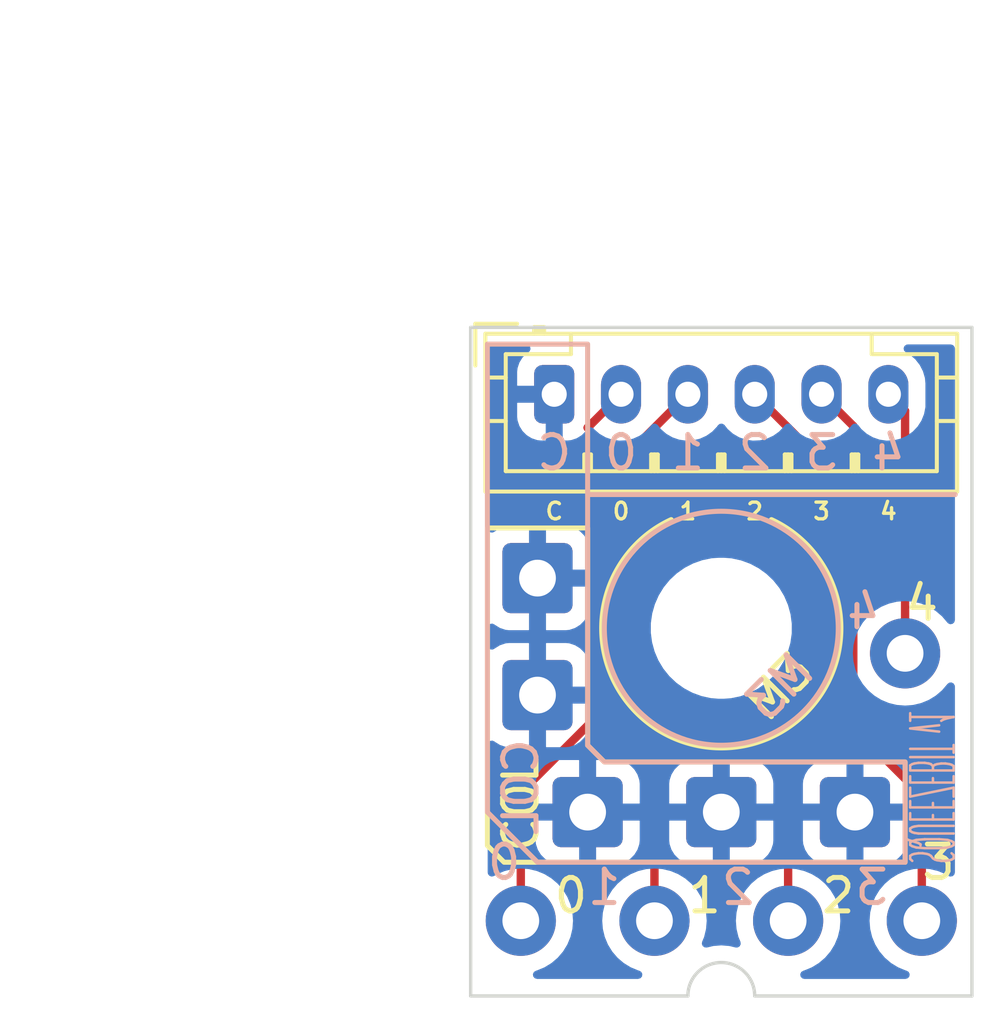
<source format=kicad_pcb>
(kicad_pcb (version 20211014) (generator pcbnew)
  (layers (0 "F.Cu" signal) (31 "B.Cu" signal) (34 "B.Paste" user) (35 "F.Paste" user) (36 "B.SilkS" user "B.Silkscreen") (37 "F.SilkS" user "F.Silkscreen") (38 "B.Mask" user) (39 "F.Mask" user) (44 "Edge.Cuts" user))
  (net 0 "")
  (net 1 "/COL")
  (net 2 "/ROW0")
  (net 3 "/ROW1")
  (net 4 "/ROW2")
  (net 5 "/ROW3")
  (net 6 "/ROW4")
  (footprint "Connector_Wire:SolderWire-0.5sqmm_1x01_D0.9mm_OD2.1mm" (layer "F.Cu") (at 154.5 84.25)
    (fp_text reference "J5")
    (fp_text value "ROW")
    (pad "1" thru_hole circle (at 0 0) (size 2.1 2.1) (drill 1.1) (layers *.Cu *.Mask) (net 5 "/ROW3"))
  )
  (footprint "Connector_JST:JST_PH_B6B-PH-K_1x06_P2.00mm_Vertical" (layer "F.Cu") (at 143.5 68.5)
    (fp_text reference "J1")
    (fp_text value "MID")
    (fp_line (start 3 2.3) (end 3 1.8) (layer "F.SilkS") (width 0.12))
    (fp_line (start -0.3 -1.91) (end -0.6 -1.91) (layer "F.SilkS") (width 0.12))
    (fp_line (start 11.45 -1.2) (end 9.5 -1.2) (layer "F.SilkS") (width 0.12))
    (fp_line (start 7.1 1.8) (end 7.1 2.3) (layer "F.SilkS") (width 0.12))
    (fp_line (start 0.5 -1.81) (end 0.5 -1.2) (layer "F.SilkS") (width 0.12))
    (fp_line (start 12.06 2.91) (end 12.06 -1.81) (layer "F.SilkS") (width 0.12))
    (fp_line (start -2.06 2.91) (end 12.06 2.91) (layer "F.SilkS") (width 0.12))
    (fp_line (start 1 2.3) (end 1 1.8) (layer "F.SilkS") (width 0.12))
    (fp_line (start 11.45 2.3) (end 11.45 -1.2) (layer "F.SilkS") (width 0.12))
    (fp_line (start 2.9 1.8) (end 3.1 1.8) (layer "F.SilkS") (width 0.12))
    (fp_line (start -1.45 -1.2) (end -1.45 2.3) (layer "F.SilkS") (width 0.12))
    (fp_line (start 9.5 -1.2) (end 9.5 -1.81) (layer "F.SilkS") (width 0.12))
    (fp_line (start -1.11 -2.11) (end -2.36 -2.11) (layer "F.SilkS") (width 0.12))
    (fp_line (start 12.06 -0.5) (end 11.45 -0.5) (layer "F.SilkS") (width 0.12))
    (fp_line (start 1.1 1.8) (end 1.1 2.3) (layer "F.SilkS") (width 0.12))
    (fp_line (start 12.06 -1.81) (end -2.06 -1.81) (layer "F.SilkS") (width 0.12))
    (fp_line (start -0.3 -1.81) (end -0.3 -2.01) (layer "F.SilkS") (width 0.12))
    (fp_line (start 0.5 -1.2) (end -1.45 -1.2) (layer "F.SilkS") (width 0.12))
    (fp_line (start 4.9 2.3) (end 4.9 1.8) (layer "F.SilkS") (width 0.12))
    (fp_line (start 2.9 2.3) (end 2.9 1.8) (layer "F.SilkS") (width 0.12))
    (fp_line (start 5.1 1.8) (end 5.1 2.3) (layer "F.SilkS") (width 0.12))
    (fp_line (start 6.9 2.3) (end 6.9 1.8) (layer "F.SilkS") (width 0.12))
    (fp_line (start 12.06 0.8) (end 11.45 0.8) (layer "F.SilkS") (width 0.12))
    (fp_line (start 8.9 1.8) (end 9.1 1.8) (layer "F.SilkS") (width 0.12))
    (fp_line (start 0.9 1.8) (end 1.1 1.8) (layer "F.SilkS") (width 0.12))
    (fp_line (start 9.1 1.8) (end 9.1 2.3) (layer "F.SilkS") (width 0.12))
    (fp_line (start -0.3 -2.01) (end -0.6 -2.01) (layer "F.SilkS") (width 0.12))
    (fp_line (start 6.9 1.8) (end 7.1 1.8) (layer "F.SilkS") (width 0.12))
    (fp_line (start 5 2.3) (end 5 1.8) (layer "F.SilkS") (width 0.12))
    (fp_line (start 8.9 2.3) (end 8.9 1.8) (layer "F.SilkS") (width 0.12))
    (fp_line (start 3.1 1.8) (end 3.1 2.3) (layer "F.SilkS") (width 0.12))
    (fp_line (start 9 2.3) (end 9 1.8) (layer "F.SilkS") (width 0.12))
    (fp_line (start 4.9 1.8) (end 5.1 1.8) (layer "F.SilkS") (width 0.12))
    (fp_line (start -2.36 -2.11) (end -2.36 -0.86) (layer "F.SilkS") (width 0.12))
    (fp_line (start -2.06 -1.81) (end -2.06 2.91) (layer "F.SilkS") (width 0.12))
    (fp_line (start -2.06 0.8) (end -1.45 0.8) (layer "F.SilkS") (width 0.12))
    (fp_line (start 7 2.3) (end 7 1.8) (layer "F.SilkS") (width 0.12))
    (fp_line (start -2.06 -0.5) (end -1.45 -0.5) (layer "F.SilkS") (width 0.12))
    (fp_line (start -1.45 2.3) (end 11.45 2.3) (layer "F.SilkS") (width 0.12))
    (fp_line (start 0.9 2.3) (end 0.9 1.8) (layer "F.SilkS") (width 0.12))
    (fp_line (start -0.6 -2.01) (end -0.6 -1.81) (layer "F.SilkS") (width 0.12))
    (pad "1" thru_hole roundrect (at 0 0) (size 1.2 1.75) (drill 0.75) (layers *.Cu *.Mask) (roundrect_rratio 0.208333) (net 1 "/COL"))
    (pad "2" thru_hole oval (at 2 0) (size 1.2 1.75) (drill 0.75) (layers *.Cu *.Mask) (net 2 "/ROW0"))
    (pad "3" thru_hole oval (at 4 0) (size 1.2 1.75) (drill 0.75) (layers *.Cu *.Mask) (net 3 "/ROW1"))
    (pad "4" thru_hole oval (at 6 0) (size 1.2 1.75) (drill 0.75) (layers *.Cu *.Mask) (net 4 "/ROW2"))
    (pad "5" thru_hole oval (at 8 0) (size 1.2 1.75) (drill 0.75) (layers *.Cu *.Mask) (net 5 "/ROW3"))
    (pad "6" thru_hole oval (at 10 0) (size 1.2 1.75) (drill 0.75) (layers *.Cu *.Mask) (net 6 "/ROW4"))
  )
  (footprint "Connector_Wire:SolderWire-0.5sqmm_1x01_D0.9mm_OD2.1mm" (layer "F.Cu") (at 143 77.5)
    (fp_text reference "J4")
    (fp_text value "COL")
    (pad "1" thru_hole roundrect (at 0 0) (size 2.1 2.1) (drill 1.1) (layers *.Cu *.Mask) (roundrect_rratio 0.119048) (net 1 "/COL"))
  )
  (footprint "Connector_Wire:SolderWire-0.5sqmm_1x01_D0.9mm_OD2.1mm" (layer "F.Cu") (at 150.5 84.25)
    (fp_text reference "J11")
    (fp_text value "ROW")
    (pad "1" thru_hole circle (at 0 0) (size 2.1 2.1) (drill 1.1) (layers *.Cu *.Mask) (net 4 "/ROW2"))
  )
  (footprint "Connector_Wire:SolderWire-0.5sqmm_1x01_D0.9mm_OD2.1mm" (layer "F.Cu") (at 144.5 81)
    (fp_text reference "J2")
    (fp_text value "COL")
    (pad "1" thru_hole roundrect (at 0 0) (size 2.1 2.1) (drill 1.1) (layers *.Cu *.Mask) (roundrect_rratio 0.119048) (net 1 "/COL"))
  )
  (footprint "MountingHole:MountingHole_3.2mm_M3" (layer "F.Cu") (at 148.5 75.5)
    (fp_text reference "H1")
    (fp_text value "MountingHole")
    (pad "" np_thru_hole circle (at 0 0) (size 3.2 3.2) (drill 3.2) (layers *.Cu *.Mask))
  )
  (footprint "Connector_Wire:SolderWire-0.5sqmm_1x01_D0.9mm_OD2.1mm" (layer "F.Cu") (at 152.5 81)
    (fp_text reference "J6")
    (fp_text value "COL")
    (pad "1" thru_hole roundrect (at 0 0) (size 2.1 2.1) (drill 1.1) (layers *.Cu *.Mask) (roundrect_rratio 0.119048) (net 1 "/COL"))
  )
  (footprint "Connector_Wire:SolderWire-0.5sqmm_1x01_D0.9mm_OD2.1mm" (layer "F.Cu") (at 143 74)
    (fp_text reference "J10")
    (fp_text value "COL")
    (pad "1" thru_hole roundrect (at 0 0) (size 2.1 2.1) (drill 1.1) (layers *.Cu *.Mask) (roundrect_rratio 0.119048) (net 1 "/COL"))
  )
  (footprint "Connector_Wire:SolderWire-0.5sqmm_1x01_D0.9mm_OD2.1mm" (layer "F.Cu") (at 148.5 81)
    (fp_text reference "J8")
    (fp_text value "COL")
    (pad "1" thru_hole roundrect (at 0 0) (size 2.1 2.1) (drill 1.1) (layers *.Cu *.Mask) (roundrect_rratio 0.119048) (net 1 "/COL"))
  )
  (footprint "Connector_Wire:SolderWire-0.5sqmm_1x01_D0.9mm_OD2.1mm" (layer "F.Cu") (at 154 76.25)
    (fp_text reference "J7")
    (fp_text value "ROW")
    (pad "1" thru_hole circle (at 0 0) (size 2.1 2.1) (drill 1.1) (layers *.Cu *.Mask) (net 6 "/ROW4"))
  )
  (footprint "Connector_Wire:SolderWire-0.5sqmm_1x01_D0.9mm_OD2.1mm" (layer "F.Cu") (at 146.5 84.25)
    (fp_text reference "J9")
    (fp_text value "ROW")
    (pad "1" thru_hole circle (at 0 0) (size 2.1 2.1) (drill 1.1) (layers *.Cu *.Mask) (net 3 "/ROW1"))
  )
  (footprint "Connector_Wire:SolderWire-0.5sqmm_1x01_D0.9mm_OD2.1mm" (layer "F.Cu") (at 142.5 84.25)
    (fp_text reference "J3")
    (fp_text value "ROW")
    (pad "1" thru_hole circle (at 0 0) (size 2.1 2.1) (drill 1.1) (layers *.Cu *.Mask) (net 2 "/ROW0"))
  )
  (gr_line (start 144.5 71.5) (end 155.5 71.5) (layer "B.SilkS") (width 0.15))
  (gr_poly (pts (xy 144.5 79) (xy 145 79.5) (xy 154 79.5) (xy 154 82.5) (xy 143 82.5) (xy 141.5 81) (xy 141.5 67) (xy 144.5 67)) (layer "B.SilkS") (width 0.15) (fill none))
  (gr_circle (center 148.5 75.5) (end 152 75.5) (layer "B.SilkS") (width 0.15) (fill none))
  (gr_arc (start 150 72.25) (mid 148.5 79.079455) (end 147 72.25) (layer "F.SilkS") (width 0.15))
  (gr_poly (pts (xy 144.5 74) (xy 144.5 79) (xy 145 79.5) (xy 154 79.5) (xy 154 82.5) (xy 142 82.5) (xy 141.5 82) (xy 141.5 78.5) (xy 141.5 72.5) (xy 144.5 72.5)) (layer "F.SilkS") (width 0.15) (fill none))
  (gr_line (start 141 86.5) (end 141 66.5) (layer "Edge.Cuts") (width 0.1))
  (gr_line (start 156 86.5) (end 149.5 86.5) (layer "Edge.Cuts") (width 0.1))
  (gr_line (start 156 66.5) (end 156 86.5) (layer "Edge.Cuts") (width 0.1))
  (gr_line (start 141 66.5) (end 156 66.5) (layer "Edge.Cuts") (width 0.1))
  (gr_arc (start 147.5 86.5) (mid 148.5 85.5) (end 149.5 86.5) (layer "Edge.Cuts") (width 0.1))
  (gr_line (start 147.5 86.5) (end 141 86.5) (layer "Edge.Cuts") (width 0.1))
  (gr_text "1" (at 147.5 70.25) (layer "B.SilkS") (effects (font (size 1 1)) (justify mirror)))
  (gr_text "0" (at 145.5 70.25) (layer "B.SilkS") (effects (font (size 1 1)) (justify mirror)))
  (gr_text "3" (at 151.5 70.25) (layer "B.SilkS") (effects (font (size 1 1)) (justify mirror)))
  (gr_text "2" (at 149.5 70.25) (layer "B.SilkS") (effects (font (size 1 1)) (justify mirror)))
  (gr_text "4" (at 153.5 70.25) (layer "B.SilkS") (effects (font (size 1 1)) (justify mirror)))
  (gr_text "SQUEEZEBIT v1" (at 154.75 80.25 270) (layer "B.SilkS") (effects (font (size 1.3 0.4) (thickness 0.075)) (justify mirror)))
  (gr_text "1" (at 145 83.25) (layer "B.SilkS") (effects (font (size 1 1)) (justify mirror)))
  (gr_text "C" (at 143.5 70.25) (layer "B.SilkS") (effects (font (size 1 1)) (justify mirror)))
  (gr_text "2" (at 149 83.25) (layer "B.SilkS") (effects (font (size 1 1)) (justify mirror)))
  (gr_text "M3" (at 150.25 77.25 45) (layer "B.SilkS") (effects (font (size 1 1)) (justify mirror)))
  (gr_text "0" (at 142 82.5) (layer "B.SilkS") (effects (font (size 1 1)) (justify mirror)))
  (gr_text "COL" (at 142.5 80.25 90) (layer "B.SilkS") (effects (font (size 1 1)) (justify mirror)))
  (gr_text "3" (at 153 83.25) (layer "B.SilkS") (effects (font (size 1 1)) (justify mirror)))
  (gr_text "4" (at 152.75 75) (layer "B.SilkS") (effects (font (size 1 1)) (justify mirror)))
  (gr_text "3" (at 151.5 72) (layer "F.SilkS") (effects (font (size 0.5 0.5) (thickness 0.1))))
  (gr_text "1" (at 148 83.5) (layer "F.SilkS") (effects (font (size 1 1))))
  (gr_text "4" (at 153.5 72) (layer "F.SilkS") (effects (font (size 0.5 0.5) (thickness 0.1))))
  (gr_text "COL" (at 142.5 80.75 90) (layer "F.SilkS") (effects (font (size 1 1))))
  (gr_text "3" (at 155 82.5) (layer "F.SilkS") (effects (font (size 1 1))))
  (gr_text "0" (at 144 83.5) (layer "F.SilkS") (effects (font (size 1 1))))
  (gr_text "2" (at 152 83.5) (layer "F.SilkS") (effects (font (size 1 1))))
  (gr_text "4" (at 154.5 74.75) (layer "F.SilkS") (effects (font (size 1 1))))
  (gr_text "0" (at 145.5 72) (layer "F.SilkS") (effects (font (size 0.5 0.5) (thickness 0.1))))
  (gr_text "2\n" (at 149.5 72) (layer "F.SilkS") (effects (font (size 0.5 0.5) (thickness 0.1))))
  (gr_text "C" (at 143.5 72) (layer "F.SilkS") (effects (font (size 0.5 0.5) (thickness 0.1))))
  (gr_text "1" (at 147.5 72) (layer "F.SilkS") (effects (font (size 0.5 0.5) (thickness 0.1))))
  (gr_text "M3" (at 150.25 77.25 45) (layer "F.SilkS") (effects (font (size 1 1))))
  (segment (start 145.5 68.5) (end 144.5 69.5) (width 0.25) (layer "F.Cu") (net 2))
  (segment (start 144.5 69.5) (end 144.55 69.55) (width 0.25) (layer "F.Cu") (net 2))
  (segment (start 144.55 78.363172) (end 142.5 80.413172) (width 0.25) (layer "F.Cu") (net 2))
  (segment (start 142.5 80.413172) (end 142.5 84.25) (width 0.25) (layer "F.Cu") (net 2))
  (segment (start 144.55 69.55) (end 144.55 78.363172) (width 0.25) (layer "F.Cu") (net 2))
  (segment (start 145 78.5) (end 146.5 80) (width 0.25) (layer "F.Cu") (net 3))
  (segment (start 146.5 80) (end 146.5 84.25) (width 0.25) (layer "F.Cu") (net 3))
  (segment (start 147.5 68.5) (end 145 71) (width 0.25) (layer "F.Cu") (net 3))
  (segment (start 145 71) (end 145 78.5) (width 0.25) (layer "F.Cu") (net 3))
  (segment (start 152 71) (end 152 78.5) (width 0.25) (layer "F.Cu") (net 4))
  (segment (start 152 78.5) (end 150.5 80) (width 0.25) (layer "F.Cu") (net 4))
  (segment (start 150.5 80) (end 150.5 84.25) (width 0.25) (layer "F.Cu") (net 4))
  (segment (start 149.5 68.5) (end 152 71) (width 0.25) (layer "F.Cu") (net 4))
  (segment (start 152.45 69.45) (end 152.45 78.45) (width 0.25) (layer "F.Cu") (net 5))
  (segment (start 154.5 80.5) (end 154.5 84.25) (width 0.25) (layer "F.Cu") (net 5))
  (segment (start 151.5 68.5) (end 152.45 69.45) (width 0.25) (layer "F.Cu") (net 5))
  (segment (start 152.45 78.45) (end 154.5 80.5) (width 0.25) (layer "F.Cu") (net 5))
  (segment (start 154 69) (end 153.5 68.5) (width 0.25) (layer "F.Cu") (net 6))
  (segment (start 154 76.25) (end 154 69) (width 0.25) (layer "F.Cu") (net 6))
  (zone (net 1) (net_name "/COL") (layer "B.Cu") (connect_pads (clearance 0.508)) (min_thickness 0.254) (fill yes (thermal_gap 0.508) (thermal_bridge_width 0.508))
    (polygon (pts (xy 156.5 87) (xy 140.5 87) (xy 140.5 66) (xy 156.5 66)))
  )
)
</source>
